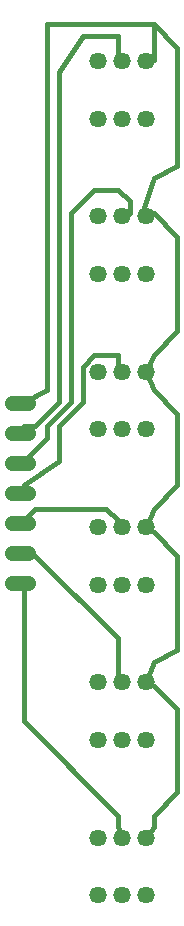
<source format=gbl>
G75*
%MOIN*%
%OFA0B0*%
%FSLAX25Y25*%
%IPPOS*%
%LPD*%
%AMOC8*
5,1,8,0,0,1.08239X$1,22.5*
%
%ADD10C,0.05740*%
%ADD11C,0.05150*%
%ADD12C,0.01600*%
D10*
X0049476Y0045291D03*
X0049476Y0064491D03*
X0057518Y0064491D03*
X0057518Y0045291D03*
X0065561Y0045291D03*
X0065561Y0064491D03*
X0065561Y0097063D03*
X0065561Y0116263D03*
X0065561Y0148835D03*
X0065561Y0168035D03*
X0065561Y0200606D03*
X0065561Y0219806D03*
X0065561Y0252378D03*
X0065561Y0271578D03*
X0065561Y0304150D03*
X0065561Y0323350D03*
X0057518Y0323350D03*
X0057518Y0304150D03*
X0049476Y0304150D03*
X0049476Y0323350D03*
X0049476Y0271578D03*
X0049476Y0252378D03*
X0057518Y0252378D03*
X0057518Y0271578D03*
X0057518Y0219806D03*
X0057518Y0200606D03*
X0049476Y0200606D03*
X0049476Y0219806D03*
X0049476Y0168035D03*
X0049476Y0148835D03*
X0057518Y0148835D03*
X0057518Y0168035D03*
X0057518Y0116263D03*
X0057518Y0097063D03*
X0049476Y0097063D03*
X0049476Y0116263D03*
D11*
X0025937Y0149425D02*
X0020787Y0149425D01*
X0020787Y0159425D02*
X0025937Y0159425D01*
X0025937Y0169425D02*
X0020787Y0169425D01*
X0020787Y0179425D02*
X0025937Y0179425D01*
X0025937Y0189425D02*
X0020787Y0189425D01*
X0020787Y0199425D02*
X0025937Y0199425D01*
X0025937Y0209425D02*
X0020787Y0209425D01*
D12*
X0024622Y0103362D02*
X0056118Y0071866D01*
X0056118Y0067929D01*
X0057518Y0064491D01*
X0065561Y0064491D02*
X0067929Y0067929D01*
X0067929Y0071866D01*
X0075803Y0079740D01*
X0075803Y0107299D01*
X0067929Y0115173D01*
X0065561Y0116263D01*
X0067929Y0123047D01*
X0075803Y0126984D01*
X0075803Y0158480D01*
X0067929Y0166354D01*
X0065561Y0168035D01*
X0067929Y0174228D01*
X0075803Y0182102D01*
X0075803Y0205724D01*
X0067929Y0213598D01*
X0065561Y0219806D01*
X0067929Y0225409D01*
X0075803Y0233283D01*
X0075803Y0264780D01*
X0067929Y0272654D01*
X0065561Y0271578D01*
X0063992Y0272654D01*
X0067929Y0284465D01*
X0075803Y0288402D01*
X0075803Y0327772D01*
X0067929Y0335646D01*
X0067929Y0323835D01*
X0065561Y0323350D01*
X0067929Y0335646D02*
X0032496Y0335646D01*
X0032496Y0213598D01*
X0024622Y0209661D01*
X0023362Y0209425D01*
X0024622Y0201787D02*
X0023362Y0199425D01*
X0024622Y0201787D02*
X0028559Y0201787D01*
X0036433Y0209661D01*
X0036433Y0319898D01*
X0044307Y0331709D01*
X0056118Y0331709D01*
X0056118Y0323835D01*
X0057518Y0323350D01*
X0056118Y0280528D02*
X0048244Y0280528D01*
X0040370Y0272654D01*
X0040370Y0209661D01*
X0032496Y0201787D01*
X0032496Y0197850D01*
X0024622Y0189976D01*
X0023362Y0189425D01*
X0024622Y0182102D02*
X0023362Y0179425D01*
X0024622Y0182102D02*
X0036433Y0189976D01*
X0036433Y0201787D01*
X0044307Y0209661D01*
X0044307Y0221472D01*
X0048244Y0225409D01*
X0056118Y0225409D01*
X0056118Y0221472D01*
X0057518Y0219806D01*
X0052181Y0174228D02*
X0056118Y0170291D01*
X0057518Y0168035D01*
X0052181Y0174228D02*
X0028559Y0174228D01*
X0024622Y0170291D01*
X0023362Y0169425D01*
X0023362Y0159425D02*
X0024622Y0158480D01*
X0028559Y0158480D01*
X0056118Y0130921D01*
X0056118Y0119110D01*
X0057518Y0116263D01*
X0024622Y0103362D02*
X0024622Y0146669D01*
X0023362Y0149425D01*
X0060055Y0276591D02*
X0056118Y0280528D01*
X0060055Y0272654D02*
X0057518Y0271578D01*
X0060055Y0272654D02*
X0060055Y0276591D01*
M02*

</source>
